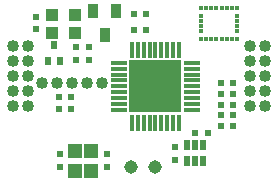
<source format=gts>
G04 ================== begin FILE IDENTIFICATION RECORD ==================*
G04 Layout Name:  C:/Users/msahadat3/Dropbox/GATech/eTDS_PCB/allegro/ETDS_PCB_V1_4.brd*
G04 Film Name:    SOLDEMASK_TOP*
G04 File Format:  Gerber RS274X*
G04 File Origin:  Cadence Allegro 16.6-2015-S056*
G04 Origin Date:  Mon Oct 12 16:32:23 2015*
G04 *
G04 Layer:  VIA CLASS/SOLDERMASK_TOP*
G04 Layer:  PIN/SOLDERMASK_TOP*
G04 Layer:  PACKAGE GEOMETRY/SOLDERMASK_TOP*
G04 Layer:  BOARD GEOMETRY/SOLDERMASK_TOP*
G04 *
G04 Offset:    (0.00 0.00)*
G04 Mirror:    No*
G04 Mode:      Positive*
G04 Rotation:  0*
G04 FullContactRelief:  No*
G04 UndefLineWidth:     5.00*
G04 ================== end FILE IDENTIFICATION RECORD ====================*
%FSLAX25Y25*MOIN*%
%IR0*IPPOS*OFA0.00000B0.00000*MIA0B0*SFA1.00000B1.00000*%
%ADD10C,.04*%
%ADD18C,.045*%
%ADD14R,.02X.03*%
%ADD11R,.024X.024*%
%ADD13R,.024X.024*%
%ADD22R,.014X.018*%
%ADD21R,.021X.037*%
%ADD23R,.018X.014*%
%ADD20R,.015X.055*%
%ADD16R,.055X.015*%
%ADD15R,.044X.044*%
%ADD12R,.045X.045*%
%ADD17R,.036X.045*%
%ADD19R,.178X.178*%
%LPD*%
G75*
G54D10*
X757400Y1678600D03*
X752400D03*
X757400Y1683600D03*
X752400D03*
X757400Y1688600D03*
X752400D03*
X757400Y1693600D03*
X752400D03*
X762339Y1686039D03*
X757400Y1698600D03*
X752400D03*
X767339Y1686039D03*
X772339D03*
X777339D03*
X782339D03*
X836400Y1678600D03*
X831400D03*
X836400Y1683600D03*
X831400D03*
X836400Y1688600D03*
X831400D03*
X836400Y1693600D03*
X831400D03*
X836400Y1698600D03*
X831400D03*
G54D20*
X800000Y1672850D03*
X798032D03*
X796063D03*
X794094D03*
X792126D03*
Y1697150D03*
X794094D03*
X796063D03*
X798032D03*
X800000D03*
X807874Y1672850D03*
X805906D03*
X803937D03*
X801968D03*
Y1697150D03*
X803937D03*
X805906D03*
X807874D03*
G54D11*
X760200Y1704050D03*
Y1708250D03*
X768300Y1658100D03*
Y1662300D03*
X773400Y1693800D03*
Y1698000D03*
X783900Y1662300D03*
Y1658100D03*
X777900Y1693800D03*
Y1698000D03*
X806600Y1664700D03*
Y1660500D03*
G54D12*
X773350Y1656800D03*
Y1663600D03*
X778550D03*
Y1656800D03*
G54D21*
X813250Y1660250D03*
X810650D03*
Y1665450D03*
X813250D03*
X815850Y1660250D03*
Y1665450D03*
G54D22*
X815275Y1700821D03*
X816968D03*
X818661D03*
X820354D03*
X822046D03*
X823739D03*
X825432D03*
X827125D03*
Y1710979D03*
X825432D03*
X823739D03*
X822046D03*
X820354D03*
X818661D03*
X816968D03*
X815275D03*
G54D13*
X771900Y1677400D03*
X767700D03*
X771900Y1681600D03*
X767700D03*
X797000Y1703800D03*
X792800D03*
Y1709100D03*
X797000D03*
X813250Y1669550D03*
X825900Y1671700D03*
X821700D03*
X817450Y1669550D03*
X825900Y1678900D03*
X821700D03*
X825900Y1675300D03*
X821700D03*
X825900Y1682500D03*
X821700D03*
X825900Y1686100D03*
X821700D03*
G54D23*
X827125Y1703361D03*
Y1705054D03*
Y1706746D03*
X815275D03*
Y1705054D03*
Y1703361D03*
X827125Y1708439D03*
X815275D03*
G54D14*
X768096Y1693494D03*
X764160D03*
X766128Y1698612D03*
G54D15*
X773300Y1708800D03*
Y1702800D03*
X765500Y1708800D03*
Y1702800D03*
G54D16*
X787850Y1677126D03*
Y1679094D03*
Y1681063D03*
Y1683032D03*
Y1685000D03*
Y1686968D03*
Y1688937D03*
Y1690906D03*
Y1692874D03*
X812150Y1679094D03*
Y1677126D03*
Y1692874D03*
Y1690906D03*
Y1688937D03*
Y1686968D03*
Y1685000D03*
Y1683032D03*
Y1681063D03*
G54D17*
X783080Y1702114D03*
X779340Y1709988D03*
X786820D03*
G54D18*
X791926Y1658000D03*
X799800D03*
G54D19*
X800000Y1685000D03*
M02*

</source>
